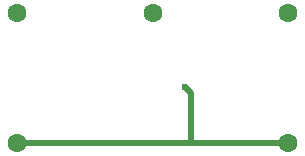
<source format=gbl>
G04*
G04 #@! TF.GenerationSoftware,Altium Limited,Altium Designer,20.1.12 (249)*
G04*
G04 Layer_Physical_Order=2*
G04 Layer_Color=16711680*
%FSLAX44Y44*%
%MOMM*%
G71*
G04*
G04 #@! TF.SameCoordinates,CE9DEF06-69A2-4F46-9589-B77C1FE2B784*
G04*
G04*
G04 #@! TF.FilePolarity,Positive*
G04*
G01*
G75*
%ADD23C,1.6000*%
%ADD24C,0.6000*%
%ADD25C,0.5000*%
D23*
X15000Y130000D02*
D03*
Y20000D02*
D03*
X245000D02*
D03*
Y130000D02*
D03*
X130000D02*
D03*
D24*
X157500Y67500D02*
D03*
D25*
X162500Y20000D02*
X245000D01*
X15000D02*
X162500D01*
Y62500D01*
X157500Y67500D02*
X162500Y62500D01*
M02*

</source>
